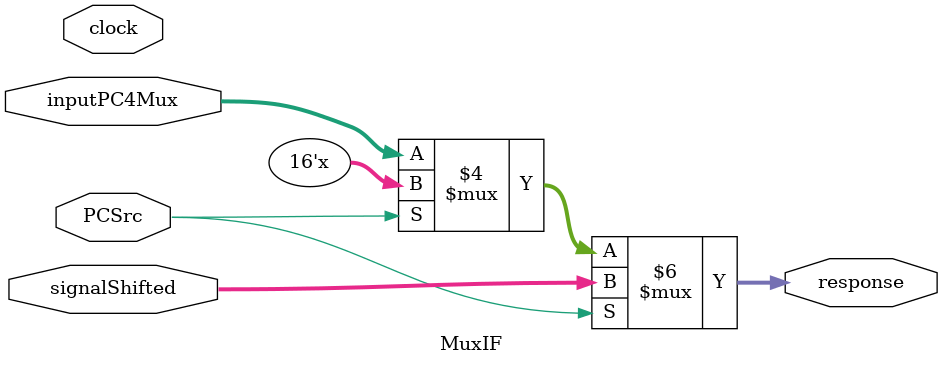
<source format=v>
module MuxIF(clock, PCSrc, inputPC4Mux, signalShifted, response);
    
    input clock;
    input [15:0] inputPC4Mux;
    input [15:0] signalShifted;
    input PCSrc;

    output reg [15:0]response;

    always @ (*)begin
        if(PCSrc == 0)begin
            response <= inputPC4Mux;
        end if(PCSrc == 1)begin
            response <= signalShifted;
        end
    end

endmodule
</source>
